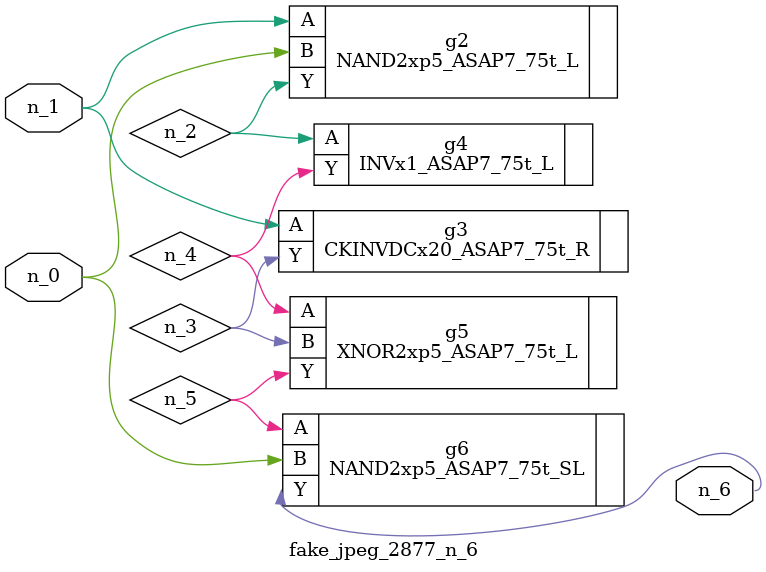
<source format=v>
module fake_jpeg_2877_n_6 (n_0, n_1, n_6);

input n_0;
input n_1;

output n_6;

wire n_3;
wire n_2;
wire n_4;
wire n_5;

NAND2xp5_ASAP7_75t_L g2 ( 
.A(n_1),
.B(n_0),
.Y(n_2)
);

CKINVDCx20_ASAP7_75t_R g3 ( 
.A(n_1),
.Y(n_3)
);

INVx1_ASAP7_75t_L g4 ( 
.A(n_2),
.Y(n_4)
);

XNOR2xp5_ASAP7_75t_L g5 ( 
.A(n_4),
.B(n_3),
.Y(n_5)
);

NAND2xp5_ASAP7_75t_SL g6 ( 
.A(n_5),
.B(n_0),
.Y(n_6)
);


endmodule
</source>
